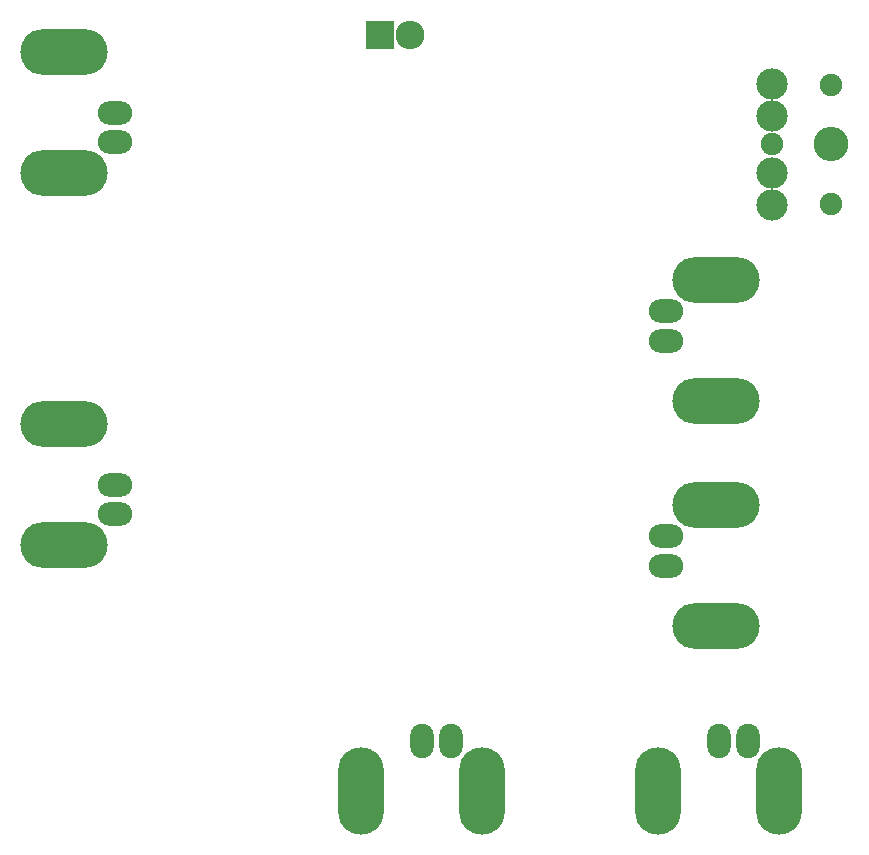
<source format=gbr>
G04 #@! TF.FileFunction,Soldermask,Bot*
%FSLAX46Y46*%
G04 Gerber Fmt 4.6, Leading zero omitted, Abs format (unit mm)*
G04 Created by KiCad (PCBNEW 4.0.2-stable) date Tuesday, August 30, 2016 'PMt' 11:58:46 PM*
%MOMM*%
G01*
G04 APERTURE LIST*
%ADD10C,0.100000*%
%ADD11O,7.400240X3.900120*%
%ADD12O,2.899360X2.000200*%
%ADD13C,1.898600*%
%ADD14O,2.940000X2.940000*%
%ADD15O,2.647900X2.647900*%
%ADD16O,3.900120X7.400240*%
%ADD17O,2.000200X2.899360*%
%ADD18R,2.432000X2.432000*%
%ADD19O,2.432000X2.432000*%
G04 APERTURE END LIST*
D10*
D11*
X111531400Y-117838220D03*
X111531400Y-128036320D03*
D12*
X107266740Y-122936000D03*
X107266740Y-120436640D03*
D13*
X121254520Y-111325660D03*
X121254520Y-101328220D03*
X116253260Y-106326940D03*
D14*
X121254520Y-106326940D03*
D15*
X116253260Y-108724700D03*
X116253260Y-103926640D03*
X116253260Y-101226620D03*
X116253260Y-111424720D03*
D16*
X91711780Y-161061400D03*
X81513680Y-161061400D03*
D17*
X86614000Y-156796740D03*
X89113360Y-156796740D03*
D16*
X116857780Y-161061400D03*
X106659680Y-161061400D03*
D17*
X111760000Y-156796740D03*
X114259360Y-156796740D03*
D11*
X56362600Y-140225780D03*
X56362600Y-130027680D03*
D12*
X60627260Y-135128000D03*
X60627260Y-137627360D03*
D18*
X83058000Y-97028000D03*
D19*
X85598000Y-97028000D03*
D11*
X111531400Y-136888220D03*
X111531400Y-147086320D03*
D12*
X107266740Y-141986000D03*
X107266740Y-139486640D03*
D11*
X56362600Y-108729780D03*
X56362600Y-98531680D03*
D12*
X60627260Y-103632000D03*
X60627260Y-106131360D03*
M02*

</source>
